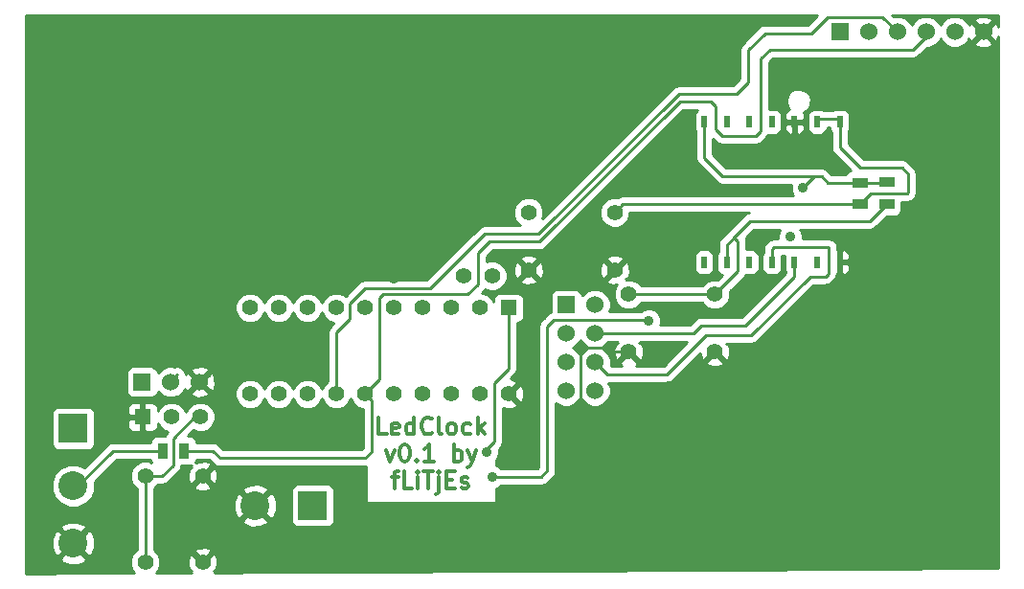
<source format=gbl>
G04 (created by PCBNEW (2013-jul-07)-stable) date Mon 11 Jan 2016 09:02:01 PM CET*
%MOIN*%
G04 Gerber Fmt 3.4, Leading zero omitted, Abs format*
%FSLAX34Y34*%
G01*
G70*
G90*
G04 APERTURE LIST*
%ADD10C,0.00590551*%
%ADD11C,0.011811*%
%ADD12C,0.055*%
%ADD13R,0.06X0.06*%
%ADD14C,0.06*%
%ADD15R,0.1X0.1*%
%ADD16C,0.1*%
%ADD17R,0.035X0.055*%
%ADD18R,0.055X0.055*%
%ADD19R,0.055X0.035*%
%ADD20R,0.019685X0.0393701*%
%ADD21C,0.035*%
%ADD22C,0.01*%
G04 APERTURE END LIST*
G54D10*
G54D11*
X31653Y-25799D02*
X31372Y-25799D01*
X31372Y-25208D01*
X32075Y-25770D02*
X32018Y-25799D01*
X31906Y-25799D01*
X31850Y-25770D01*
X31822Y-25714D01*
X31822Y-25489D01*
X31850Y-25433D01*
X31906Y-25405D01*
X32018Y-25405D01*
X32075Y-25433D01*
X32103Y-25489D01*
X32103Y-25545D01*
X31822Y-25602D01*
X32609Y-25799D02*
X32609Y-25208D01*
X32609Y-25770D02*
X32553Y-25799D01*
X32440Y-25799D01*
X32384Y-25770D01*
X32356Y-25742D01*
X32328Y-25686D01*
X32328Y-25517D01*
X32356Y-25461D01*
X32384Y-25433D01*
X32440Y-25405D01*
X32553Y-25405D01*
X32609Y-25433D01*
X33228Y-25742D02*
X33200Y-25770D01*
X33115Y-25799D01*
X33059Y-25799D01*
X32975Y-25770D01*
X32918Y-25714D01*
X32890Y-25658D01*
X32862Y-25545D01*
X32862Y-25461D01*
X32890Y-25349D01*
X32918Y-25292D01*
X32975Y-25236D01*
X33059Y-25208D01*
X33115Y-25208D01*
X33200Y-25236D01*
X33228Y-25264D01*
X33565Y-25799D02*
X33509Y-25770D01*
X33481Y-25714D01*
X33481Y-25208D01*
X33874Y-25799D02*
X33818Y-25770D01*
X33790Y-25742D01*
X33762Y-25686D01*
X33762Y-25517D01*
X33790Y-25461D01*
X33818Y-25433D01*
X33874Y-25405D01*
X33959Y-25405D01*
X34015Y-25433D01*
X34043Y-25461D01*
X34071Y-25517D01*
X34071Y-25686D01*
X34043Y-25742D01*
X34015Y-25770D01*
X33959Y-25799D01*
X33874Y-25799D01*
X34577Y-25770D02*
X34521Y-25799D01*
X34409Y-25799D01*
X34352Y-25770D01*
X34324Y-25742D01*
X34296Y-25686D01*
X34296Y-25517D01*
X34324Y-25461D01*
X34352Y-25433D01*
X34409Y-25405D01*
X34521Y-25405D01*
X34577Y-25433D01*
X34831Y-25799D02*
X34831Y-25208D01*
X34887Y-25574D02*
X35056Y-25799D01*
X35056Y-25405D02*
X34831Y-25630D01*
X31639Y-26350D02*
X31779Y-26743D01*
X31920Y-26350D01*
X32257Y-26153D02*
X32314Y-26153D01*
X32370Y-26181D01*
X32398Y-26209D01*
X32426Y-26265D01*
X32454Y-26378D01*
X32454Y-26518D01*
X32426Y-26631D01*
X32398Y-26687D01*
X32370Y-26715D01*
X32314Y-26743D01*
X32257Y-26743D01*
X32201Y-26715D01*
X32173Y-26687D01*
X32145Y-26631D01*
X32117Y-26518D01*
X32117Y-26378D01*
X32145Y-26265D01*
X32173Y-26209D01*
X32201Y-26181D01*
X32257Y-26153D01*
X32707Y-26687D02*
X32735Y-26715D01*
X32707Y-26743D01*
X32679Y-26715D01*
X32707Y-26687D01*
X32707Y-26743D01*
X33298Y-26743D02*
X32960Y-26743D01*
X33129Y-26743D02*
X33129Y-26153D01*
X33073Y-26237D01*
X33017Y-26293D01*
X32960Y-26322D01*
X34001Y-26743D02*
X34001Y-26153D01*
X34001Y-26378D02*
X34057Y-26350D01*
X34170Y-26350D01*
X34226Y-26378D01*
X34254Y-26406D01*
X34282Y-26462D01*
X34282Y-26631D01*
X34254Y-26687D01*
X34226Y-26715D01*
X34170Y-26743D01*
X34057Y-26743D01*
X34001Y-26715D01*
X34479Y-26350D02*
X34620Y-26743D01*
X34760Y-26350D02*
X34620Y-26743D01*
X34563Y-26884D01*
X34535Y-26912D01*
X34479Y-26940D01*
X31836Y-27295D02*
X32061Y-27295D01*
X31920Y-27688D02*
X31920Y-27182D01*
X31948Y-27126D01*
X32004Y-27098D01*
X32061Y-27098D01*
X32539Y-27688D02*
X32257Y-27688D01*
X32257Y-27098D01*
X32735Y-27688D02*
X32735Y-27295D01*
X32735Y-27098D02*
X32707Y-27126D01*
X32735Y-27154D01*
X32764Y-27126D01*
X32735Y-27098D01*
X32735Y-27154D01*
X32932Y-27098D02*
X33270Y-27098D01*
X33101Y-27688D02*
X33101Y-27098D01*
X33467Y-27295D02*
X33467Y-27801D01*
X33439Y-27857D01*
X33382Y-27885D01*
X33354Y-27885D01*
X33467Y-27098D02*
X33439Y-27126D01*
X33467Y-27154D01*
X33495Y-27126D01*
X33467Y-27098D01*
X33467Y-27154D01*
X33748Y-27379D02*
X33945Y-27379D01*
X34029Y-27688D02*
X33748Y-27688D01*
X33748Y-27098D01*
X34029Y-27098D01*
X34254Y-27660D02*
X34310Y-27688D01*
X34423Y-27688D01*
X34479Y-27660D01*
X34507Y-27604D01*
X34507Y-27576D01*
X34479Y-27520D01*
X34423Y-27491D01*
X34338Y-27491D01*
X34282Y-27463D01*
X34254Y-27407D01*
X34254Y-27379D01*
X34282Y-27323D01*
X34338Y-27295D01*
X34423Y-27295D01*
X34479Y-27323D01*
G54D12*
X35336Y-20286D03*
X34336Y-20286D03*
G54D13*
X37905Y-21285D03*
G54D14*
X38905Y-21285D03*
X37905Y-22285D03*
X38905Y-22285D03*
X37905Y-23285D03*
X38905Y-23285D03*
X37905Y-24285D03*
X38905Y-24285D03*
G54D13*
X23140Y-23980D03*
G54D14*
X24140Y-23980D03*
X25140Y-23980D03*
G54D13*
X47420Y-11795D03*
G54D14*
X48420Y-11795D03*
X49420Y-11795D03*
X50420Y-11795D03*
X51420Y-11795D03*
X52420Y-11795D03*
G54D15*
X20750Y-25590D03*
G54D16*
X20750Y-27590D03*
X20750Y-29590D03*
G54D15*
X29080Y-28280D03*
G54D16*
X27080Y-28280D03*
G54D17*
X23867Y-26369D03*
X24617Y-26369D03*
G54D18*
X23167Y-25193D03*
G54D12*
X24167Y-25193D03*
X25167Y-25193D03*
X23251Y-27254D03*
X25251Y-27254D03*
X23251Y-30254D03*
X25251Y-30254D03*
X43080Y-20930D03*
X43080Y-22930D03*
X40080Y-20930D03*
X40080Y-22930D03*
X39592Y-18076D03*
X39592Y-20076D03*
X36592Y-18076D03*
X36592Y-20076D03*
G54D19*
X49055Y-17030D03*
X49055Y-17780D03*
X48122Y-17035D03*
X48122Y-17785D03*
G54D18*
X35900Y-21395D03*
G54D12*
X34900Y-21395D03*
X33900Y-21395D03*
X32900Y-21395D03*
X31900Y-21395D03*
X30900Y-21395D03*
X29900Y-21395D03*
X28900Y-21395D03*
X27900Y-21395D03*
X26900Y-21395D03*
X26900Y-24395D03*
X27900Y-24395D03*
X28900Y-24395D03*
X29900Y-24395D03*
X30900Y-24395D03*
X31900Y-24395D03*
X32900Y-24395D03*
X33900Y-24395D03*
X34900Y-24395D03*
X35900Y-24395D03*
G54D20*
X47424Y-19809D03*
X46636Y-19809D03*
X45849Y-19809D03*
X45061Y-19809D03*
X44274Y-19809D03*
X43487Y-19809D03*
X42699Y-19809D03*
X47424Y-14923D03*
X46636Y-14923D03*
X45849Y-14923D03*
X45061Y-14923D03*
X44274Y-14923D03*
X43487Y-14923D03*
X42699Y-14923D03*
G54D21*
X45699Y-18928D03*
X35150Y-26405D03*
X46145Y-17225D03*
X35330Y-27275D03*
X40780Y-21850D03*
X30119Y-27554D03*
X49707Y-13509D03*
X50648Y-14804D03*
X31900Y-20380D03*
X44515Y-16055D03*
G54D22*
X45671Y-18928D02*
X45699Y-18928D01*
X46756Y-16820D02*
X43340Y-16820D01*
X42699Y-16179D02*
X42699Y-14825D01*
X43340Y-16820D02*
X42699Y-16179D01*
X35900Y-21395D02*
X35900Y-23510D01*
X35150Y-26300D02*
X35150Y-26405D01*
X35390Y-26060D02*
X35150Y-26300D01*
X35390Y-24020D02*
X35390Y-26060D01*
X35900Y-23510D02*
X35390Y-24020D01*
X48122Y-17035D02*
X49050Y-17035D01*
X49050Y-17035D02*
X49055Y-17030D01*
X47005Y-17035D02*
X48122Y-17035D01*
X46550Y-16820D02*
X46756Y-16820D01*
X46756Y-16820D02*
X46790Y-16820D01*
X46145Y-17225D02*
X46550Y-16820D01*
X46790Y-16820D02*
X47005Y-17035D01*
X37040Y-27275D02*
X35330Y-27275D01*
X37250Y-27065D02*
X37040Y-27275D01*
X37250Y-22036D02*
X37250Y-27065D01*
X37474Y-21812D02*
X37250Y-22036D01*
X40742Y-21812D02*
X37474Y-21812D01*
X40780Y-21850D02*
X40742Y-21812D01*
X30119Y-27554D02*
X30123Y-27558D01*
X49707Y-13509D02*
X49707Y-13505D01*
X40080Y-22930D02*
X39494Y-22930D01*
X38404Y-25183D02*
X38412Y-25191D01*
X38404Y-22938D02*
X38404Y-25183D01*
X38560Y-22782D02*
X38404Y-22938D01*
X39346Y-22782D02*
X38560Y-22782D01*
X39494Y-22930D02*
X39346Y-22782D01*
X44524Y-16046D02*
X44524Y-16033D01*
X44515Y-16055D02*
X44524Y-16046D01*
X23867Y-26369D02*
X22137Y-26369D01*
X20916Y-27590D02*
X20750Y-27590D01*
X22137Y-26369D02*
X20916Y-27590D01*
X48122Y-17785D02*
X39883Y-17785D01*
X39883Y-17785D02*
X39592Y-18076D01*
X47424Y-14825D02*
X47424Y-15810D01*
X48493Y-17414D02*
X48122Y-17785D01*
X49776Y-17414D02*
X48493Y-17414D01*
X49807Y-17383D02*
X49776Y-17414D01*
X49807Y-16753D02*
X49807Y-17383D01*
X49586Y-16532D02*
X49807Y-16753D01*
X48146Y-16532D02*
X49586Y-16532D01*
X47424Y-15810D02*
X48146Y-16532D01*
X46636Y-14825D02*
X47424Y-14825D01*
X40080Y-20930D02*
X43080Y-20930D01*
X43080Y-20930D02*
X43880Y-20130D01*
X43880Y-20130D02*
X43880Y-19070D01*
X43880Y-19070D02*
X43749Y-18939D01*
X43487Y-19809D02*
X43487Y-19200D01*
X48460Y-18375D02*
X49055Y-17780D01*
X44313Y-18375D02*
X48460Y-18375D01*
X43487Y-19200D02*
X43749Y-18939D01*
X43749Y-18939D02*
X44313Y-18375D01*
X45061Y-19809D02*
X45061Y-19348D01*
X39320Y-23700D02*
X38905Y-23285D01*
X41410Y-23700D02*
X39320Y-23700D01*
X42770Y-22340D02*
X41410Y-23700D01*
X44350Y-22340D02*
X42770Y-22340D01*
X46390Y-20300D02*
X44350Y-22340D01*
X46920Y-20300D02*
X46390Y-20300D01*
X47020Y-20200D02*
X46920Y-20300D01*
X47020Y-19320D02*
X47020Y-20200D01*
X47050Y-19290D02*
X47020Y-19320D01*
X45120Y-19290D02*
X47050Y-19290D01*
X45061Y-19348D02*
X45120Y-19290D01*
X45849Y-20300D02*
X45849Y-19809D01*
X44140Y-22010D02*
X45849Y-20300D01*
X42600Y-22010D02*
X44140Y-22010D01*
X42325Y-22285D02*
X42600Y-22010D01*
X38905Y-22285D02*
X42325Y-22285D01*
X23251Y-30254D02*
X23251Y-27254D01*
X23251Y-27254D02*
X23843Y-27254D01*
X24977Y-25193D02*
X25167Y-25193D01*
X24220Y-25950D02*
X24977Y-25193D01*
X24220Y-26877D02*
X24220Y-25950D01*
X23843Y-27254D02*
X24220Y-26877D01*
X29900Y-24395D02*
X29900Y-22260D01*
X48895Y-11270D02*
X49420Y-11795D01*
X47000Y-11270D02*
X48895Y-11270D01*
X46430Y-11840D02*
X47000Y-11270D01*
X44820Y-11840D02*
X46430Y-11840D01*
X44240Y-12420D02*
X44820Y-11840D01*
X44240Y-13550D02*
X44240Y-12420D01*
X43840Y-13950D02*
X44240Y-13550D01*
X41830Y-13950D02*
X43840Y-13950D01*
X36950Y-18830D02*
X41830Y-13950D01*
X35070Y-18830D02*
X36950Y-18830D01*
X33170Y-20730D02*
X35070Y-18830D01*
X30890Y-20730D02*
X33170Y-20730D01*
X30380Y-21240D02*
X30890Y-20730D01*
X30380Y-21780D02*
X30380Y-21240D01*
X29900Y-22260D02*
X30380Y-21780D01*
X24617Y-26369D02*
X25597Y-26369D01*
X25597Y-26369D02*
X25858Y-26630D01*
X50420Y-11795D02*
X50420Y-11953D01*
X31402Y-23893D02*
X30900Y-24395D01*
X31402Y-21066D02*
X31402Y-23893D01*
X31537Y-20930D02*
X31402Y-21066D01*
X34480Y-20930D02*
X31537Y-20930D01*
X34844Y-20567D02*
X34480Y-20930D01*
X34844Y-19493D02*
X34844Y-20567D01*
X35241Y-19096D02*
X34844Y-19493D01*
X36970Y-19096D02*
X35241Y-19096D01*
X41851Y-14215D02*
X36970Y-19096D01*
X42941Y-14215D02*
X41851Y-14215D01*
X43106Y-14379D02*
X42941Y-14215D01*
X43106Y-15191D02*
X43106Y-14379D01*
X43322Y-15407D02*
X43106Y-15191D01*
X44515Y-15407D02*
X43322Y-15407D01*
X44672Y-15250D02*
X44515Y-15407D01*
X44672Y-12724D02*
X44672Y-15250D01*
X44985Y-12411D02*
X44672Y-12724D01*
X49962Y-12411D02*
X44985Y-12411D01*
X50420Y-11953D02*
X49962Y-12411D01*
X31130Y-24625D02*
X30900Y-24395D01*
X31130Y-26400D02*
X31130Y-24625D01*
X30900Y-26630D02*
X31130Y-26400D01*
X25858Y-26630D02*
X30900Y-26630D01*
X24140Y-23980D02*
X24140Y-23938D01*
X24140Y-23938D02*
X24355Y-23723D01*
G54D10*
G36*
X38674Y-22784D02*
X38593Y-22818D01*
X38439Y-22973D01*
X38405Y-23054D01*
X38371Y-22973D01*
X38216Y-22819D01*
X38135Y-22785D01*
X38216Y-22751D01*
X38370Y-22596D01*
X38404Y-22515D01*
X38438Y-22596D01*
X38593Y-22750D01*
X38674Y-22784D01*
X38674Y-22784D01*
G37*
G54D22*
X38674Y-22784D02*
X38593Y-22818D01*
X38439Y-22973D01*
X38405Y-23054D01*
X38371Y-22973D01*
X38216Y-22819D01*
X38135Y-22785D01*
X38216Y-22751D01*
X38370Y-22596D01*
X38404Y-22515D01*
X38438Y-22596D01*
X38593Y-22750D01*
X38674Y-22784D01*
G54D10*
G36*
X42100Y-22585D02*
X41285Y-23400D01*
X40609Y-23400D01*
X40329Y-23400D01*
X40352Y-23390D01*
X40377Y-23297D01*
X40080Y-23000D01*
X40009Y-23071D01*
X39782Y-23297D01*
X39807Y-23390D01*
X39834Y-23400D01*
X39452Y-23400D01*
X39454Y-23394D01*
X39455Y-23176D01*
X39371Y-22973D01*
X39216Y-22819D01*
X39135Y-22785D01*
X39216Y-22751D01*
X39370Y-22596D01*
X39375Y-22585D01*
X39669Y-22585D01*
X39666Y-22587D01*
X39712Y-22632D01*
X39619Y-22657D01*
X39550Y-22854D01*
X39561Y-23062D01*
X39619Y-23202D01*
X39712Y-23227D01*
X40009Y-22930D01*
X40003Y-22924D01*
X40074Y-22853D01*
X40080Y-22859D01*
X40085Y-22853D01*
X40156Y-22924D01*
X40150Y-22930D01*
X40447Y-23227D01*
X40540Y-23202D01*
X40609Y-23005D01*
X40598Y-22797D01*
X40540Y-22657D01*
X40447Y-22632D01*
X40493Y-22587D01*
X40490Y-22585D01*
X42100Y-22585D01*
X42100Y-22585D01*
G37*
G54D22*
X42100Y-22585D02*
X41285Y-23400D01*
X40609Y-23400D01*
X40329Y-23400D01*
X40352Y-23390D01*
X40377Y-23297D01*
X40080Y-23000D01*
X40009Y-23071D01*
X39782Y-23297D01*
X39807Y-23390D01*
X39834Y-23400D01*
X39452Y-23400D01*
X39454Y-23394D01*
X39455Y-23176D01*
X39371Y-22973D01*
X39216Y-22819D01*
X39135Y-22785D01*
X39216Y-22751D01*
X39370Y-22596D01*
X39375Y-22585D01*
X39669Y-22585D01*
X39666Y-22587D01*
X39712Y-22632D01*
X39619Y-22657D01*
X39550Y-22854D01*
X39561Y-23062D01*
X39619Y-23202D01*
X39712Y-23227D01*
X40009Y-22930D01*
X40003Y-22924D01*
X40074Y-22853D01*
X40080Y-22859D01*
X40085Y-22853D01*
X40156Y-22924D01*
X40150Y-22930D01*
X40447Y-23227D01*
X40540Y-23202D01*
X40609Y-23005D01*
X40598Y-22797D01*
X40540Y-22657D01*
X40447Y-22632D01*
X40493Y-22587D01*
X40490Y-22585D01*
X42100Y-22585D01*
G54D10*
G36*
X45804Y-17485D02*
X39883Y-17485D01*
X39768Y-17507D01*
X39700Y-17552D01*
X39696Y-17551D01*
X39488Y-17550D01*
X39295Y-17630D01*
X39147Y-17778D01*
X39067Y-17971D01*
X39066Y-18179D01*
X39146Y-18373D01*
X39294Y-18520D01*
X39487Y-18600D01*
X39695Y-18601D01*
X39889Y-18521D01*
X40036Y-18373D01*
X40116Y-18180D01*
X40116Y-18085D01*
X44262Y-18085D01*
X44198Y-18097D01*
X44100Y-18162D01*
X43536Y-18726D01*
X43536Y-18726D01*
X43274Y-18988D01*
X43209Y-19086D01*
X43187Y-19200D01*
X43187Y-19460D01*
X43176Y-19471D01*
X43138Y-19562D01*
X43138Y-19662D01*
X43138Y-20056D01*
X43176Y-20147D01*
X43246Y-20218D01*
X43332Y-20253D01*
X43180Y-20405D01*
X43048Y-20404D01*
X43048Y-19957D01*
X43048Y-19563D01*
X43010Y-19471D01*
X42939Y-19401D01*
X42848Y-19362D01*
X42748Y-19362D01*
X42551Y-19362D01*
X42459Y-19400D01*
X42389Y-19471D01*
X42351Y-19562D01*
X42351Y-19662D01*
X42351Y-20056D01*
X42389Y-20147D01*
X42459Y-20218D01*
X42551Y-20256D01*
X42650Y-20256D01*
X42847Y-20256D01*
X42939Y-20218D01*
X43009Y-20148D01*
X43048Y-20056D01*
X43048Y-19957D01*
X43048Y-20404D01*
X42976Y-20404D01*
X42783Y-20484D01*
X42637Y-20630D01*
X40522Y-20630D01*
X40377Y-20485D01*
X40184Y-20405D01*
X40121Y-20405D01*
X39991Y-20404D01*
X39959Y-20373D01*
X40052Y-20348D01*
X40121Y-20151D01*
X40110Y-19943D01*
X40052Y-19803D01*
X39959Y-19778D01*
X39889Y-19849D01*
X39889Y-19708D01*
X39864Y-19615D01*
X39667Y-19546D01*
X39459Y-19557D01*
X39319Y-19615D01*
X39294Y-19708D01*
X39592Y-20005D01*
X39889Y-19708D01*
X39889Y-19849D01*
X39662Y-20076D01*
X39668Y-20081D01*
X39597Y-20152D01*
X39592Y-20146D01*
X39521Y-20217D01*
X39521Y-20076D01*
X39224Y-19778D01*
X39131Y-19803D01*
X39062Y-20000D01*
X39073Y-20208D01*
X39131Y-20348D01*
X39224Y-20373D01*
X39521Y-20076D01*
X39521Y-20217D01*
X39294Y-20443D01*
X39319Y-20536D01*
X39516Y-20605D01*
X39669Y-20597D01*
X39635Y-20632D01*
X39555Y-20825D01*
X39554Y-21033D01*
X39634Y-21227D01*
X39782Y-21374D01*
X39975Y-21454D01*
X40183Y-21455D01*
X40377Y-21375D01*
X40522Y-21230D01*
X42637Y-21230D01*
X42782Y-21374D01*
X42975Y-21454D01*
X43183Y-21455D01*
X43377Y-21375D01*
X43524Y-21227D01*
X43604Y-21034D01*
X43605Y-20829D01*
X44092Y-20342D01*
X44092Y-20342D01*
X44149Y-20256D01*
X44225Y-20256D01*
X44422Y-20256D01*
X44514Y-20218D01*
X44584Y-20148D01*
X44622Y-20056D01*
X44622Y-19957D01*
X44622Y-19563D01*
X44584Y-19471D01*
X44514Y-19401D01*
X44422Y-19362D01*
X44323Y-19362D01*
X44180Y-19362D01*
X44180Y-19070D01*
X44157Y-18955D01*
X44157Y-18955D01*
X44437Y-18675D01*
X45350Y-18675D01*
X45338Y-18686D01*
X45274Y-18843D01*
X45273Y-18990D01*
X45120Y-18990D01*
X45005Y-19012D01*
X44907Y-19077D01*
X44849Y-19135D01*
X44784Y-19233D01*
X44761Y-19348D01*
X44761Y-19460D01*
X44751Y-19471D01*
X44713Y-19562D01*
X44713Y-19662D01*
X44713Y-20056D01*
X44751Y-20147D01*
X44821Y-20218D01*
X44913Y-20256D01*
X45012Y-20256D01*
X45209Y-20256D01*
X45301Y-20218D01*
X45372Y-20148D01*
X45410Y-20056D01*
X45410Y-19957D01*
X45410Y-19590D01*
X45500Y-19590D01*
X45500Y-19662D01*
X45500Y-20056D01*
X45538Y-20147D01*
X45549Y-20158D01*
X45549Y-20176D01*
X44015Y-21710D01*
X42600Y-21710D01*
X42485Y-21732D01*
X42387Y-21797D01*
X42200Y-21985D01*
X41184Y-21985D01*
X41204Y-21934D01*
X41205Y-21765D01*
X41140Y-21609D01*
X41021Y-21489D01*
X40864Y-21425D01*
X40695Y-21424D01*
X40539Y-21489D01*
X40517Y-21512D01*
X39406Y-21512D01*
X39454Y-21394D01*
X39455Y-21176D01*
X39371Y-20973D01*
X39216Y-20819D01*
X39014Y-20735D01*
X38796Y-20734D01*
X38593Y-20818D01*
X38455Y-20957D01*
X38455Y-20935D01*
X38417Y-20843D01*
X38346Y-20773D01*
X38254Y-20735D01*
X38155Y-20734D01*
X37555Y-20734D01*
X37463Y-20772D01*
X37393Y-20843D01*
X37355Y-20935D01*
X37354Y-21034D01*
X37354Y-21537D01*
X37261Y-21599D01*
X37121Y-21739D01*
X37121Y-20151D01*
X37110Y-19943D01*
X37052Y-19803D01*
X36959Y-19778D01*
X36889Y-19849D01*
X36889Y-19708D01*
X36864Y-19615D01*
X36667Y-19546D01*
X36459Y-19557D01*
X36319Y-19615D01*
X36294Y-19708D01*
X36592Y-20005D01*
X36889Y-19708D01*
X36889Y-19849D01*
X36662Y-20076D01*
X36959Y-20373D01*
X37052Y-20348D01*
X37121Y-20151D01*
X37121Y-21739D01*
X37037Y-21823D01*
X36972Y-21921D01*
X36950Y-22036D01*
X36950Y-26940D01*
X36915Y-26975D01*
X36889Y-26975D01*
X36889Y-20443D01*
X36592Y-20146D01*
X36521Y-20217D01*
X36521Y-20076D01*
X36224Y-19778D01*
X36131Y-19803D01*
X36062Y-20000D01*
X36073Y-20208D01*
X36131Y-20348D01*
X36224Y-20373D01*
X36521Y-20076D01*
X36521Y-20217D01*
X36294Y-20443D01*
X36319Y-20536D01*
X36516Y-20605D01*
X36724Y-20594D01*
X36864Y-20536D01*
X36889Y-20443D01*
X36889Y-26975D01*
X36429Y-26975D01*
X36429Y-24470D01*
X36418Y-24262D01*
X36360Y-24122D01*
X36267Y-24097D01*
X35970Y-24395D01*
X36267Y-24692D01*
X36360Y-24667D01*
X36429Y-24470D01*
X36429Y-26975D01*
X35631Y-26975D01*
X35571Y-26914D01*
X35477Y-26876D01*
X35477Y-26678D01*
X35510Y-26646D01*
X35574Y-26489D01*
X35575Y-26320D01*
X35568Y-26305D01*
X35602Y-26272D01*
X35602Y-26272D01*
X35667Y-26174D01*
X35689Y-26060D01*
X35690Y-26060D01*
X35690Y-24877D01*
X35824Y-24924D01*
X36032Y-24913D01*
X36172Y-24855D01*
X36197Y-24762D01*
X35900Y-24465D01*
X35894Y-24471D01*
X35823Y-24400D01*
X35829Y-24395D01*
X35823Y-24389D01*
X35894Y-24318D01*
X35900Y-24324D01*
X36197Y-24027D01*
X36172Y-23934D01*
X35975Y-23865D01*
X35968Y-23865D01*
X36112Y-23722D01*
X36112Y-23722D01*
X36177Y-23624D01*
X36199Y-23510D01*
X36200Y-23510D01*
X36200Y-21920D01*
X36224Y-21920D01*
X36316Y-21882D01*
X36386Y-21811D01*
X36424Y-21719D01*
X36425Y-21620D01*
X36425Y-21070D01*
X36387Y-20978D01*
X36316Y-20908D01*
X36224Y-20870D01*
X36125Y-20869D01*
X35575Y-20869D01*
X35483Y-20907D01*
X35413Y-20978D01*
X35375Y-21070D01*
X35374Y-21169D01*
X35374Y-21169D01*
X35345Y-21098D01*
X35197Y-20950D01*
X35004Y-20870D01*
X34965Y-20870D01*
X35056Y-20779D01*
X35077Y-20747D01*
X35231Y-20810D01*
X35439Y-20811D01*
X35633Y-20731D01*
X35780Y-20583D01*
X35860Y-20390D01*
X35861Y-20182D01*
X35781Y-19989D01*
X35633Y-19841D01*
X35440Y-19761D01*
X35232Y-19760D01*
X35144Y-19797D01*
X35144Y-19617D01*
X35365Y-19396D01*
X36970Y-19396D01*
X36970Y-19395D01*
X37084Y-19373D01*
X37084Y-19373D01*
X37182Y-19308D01*
X41975Y-14515D01*
X42459Y-14515D01*
X42389Y-14585D01*
X42351Y-14677D01*
X42351Y-14776D01*
X42351Y-15170D01*
X42389Y-15262D01*
X42399Y-15272D01*
X42399Y-16179D01*
X42422Y-16294D01*
X42487Y-16391D01*
X43127Y-17032D01*
X43127Y-17032D01*
X43225Y-17097D01*
X43340Y-17120D01*
X45728Y-17120D01*
X45720Y-17140D01*
X45719Y-17309D01*
X45784Y-17465D01*
X45804Y-17485D01*
X45804Y-17485D01*
G37*
G54D22*
X45804Y-17485D02*
X39883Y-17485D01*
X39768Y-17507D01*
X39700Y-17552D01*
X39696Y-17551D01*
X39488Y-17550D01*
X39295Y-17630D01*
X39147Y-17778D01*
X39067Y-17971D01*
X39066Y-18179D01*
X39146Y-18373D01*
X39294Y-18520D01*
X39487Y-18600D01*
X39695Y-18601D01*
X39889Y-18521D01*
X40036Y-18373D01*
X40116Y-18180D01*
X40116Y-18085D01*
X44262Y-18085D01*
X44198Y-18097D01*
X44100Y-18162D01*
X43536Y-18726D01*
X43536Y-18726D01*
X43274Y-18988D01*
X43209Y-19086D01*
X43187Y-19200D01*
X43187Y-19460D01*
X43176Y-19471D01*
X43138Y-19562D01*
X43138Y-19662D01*
X43138Y-20056D01*
X43176Y-20147D01*
X43246Y-20218D01*
X43332Y-20253D01*
X43180Y-20405D01*
X43048Y-20404D01*
X43048Y-19957D01*
X43048Y-19563D01*
X43010Y-19471D01*
X42939Y-19401D01*
X42848Y-19362D01*
X42748Y-19362D01*
X42551Y-19362D01*
X42459Y-19400D01*
X42389Y-19471D01*
X42351Y-19562D01*
X42351Y-19662D01*
X42351Y-20056D01*
X42389Y-20147D01*
X42459Y-20218D01*
X42551Y-20256D01*
X42650Y-20256D01*
X42847Y-20256D01*
X42939Y-20218D01*
X43009Y-20148D01*
X43048Y-20056D01*
X43048Y-19957D01*
X43048Y-20404D01*
X42976Y-20404D01*
X42783Y-20484D01*
X42637Y-20630D01*
X40522Y-20630D01*
X40377Y-20485D01*
X40184Y-20405D01*
X40121Y-20405D01*
X39991Y-20404D01*
X39959Y-20373D01*
X40052Y-20348D01*
X40121Y-20151D01*
X40110Y-19943D01*
X40052Y-19803D01*
X39959Y-19778D01*
X39889Y-19849D01*
X39889Y-19708D01*
X39864Y-19615D01*
X39667Y-19546D01*
X39459Y-19557D01*
X39319Y-19615D01*
X39294Y-19708D01*
X39592Y-20005D01*
X39889Y-19708D01*
X39889Y-19849D01*
X39662Y-20076D01*
X39668Y-20081D01*
X39597Y-20152D01*
X39592Y-20146D01*
X39521Y-20217D01*
X39521Y-20076D01*
X39224Y-19778D01*
X39131Y-19803D01*
X39062Y-20000D01*
X39073Y-20208D01*
X39131Y-20348D01*
X39224Y-20373D01*
X39521Y-20076D01*
X39521Y-20217D01*
X39294Y-20443D01*
X39319Y-20536D01*
X39516Y-20605D01*
X39669Y-20597D01*
X39635Y-20632D01*
X39555Y-20825D01*
X39554Y-21033D01*
X39634Y-21227D01*
X39782Y-21374D01*
X39975Y-21454D01*
X40183Y-21455D01*
X40377Y-21375D01*
X40522Y-21230D01*
X42637Y-21230D01*
X42782Y-21374D01*
X42975Y-21454D01*
X43183Y-21455D01*
X43377Y-21375D01*
X43524Y-21227D01*
X43604Y-21034D01*
X43605Y-20829D01*
X44092Y-20342D01*
X44092Y-20342D01*
X44149Y-20256D01*
X44225Y-20256D01*
X44422Y-20256D01*
X44514Y-20218D01*
X44584Y-20148D01*
X44622Y-20056D01*
X44622Y-19957D01*
X44622Y-19563D01*
X44584Y-19471D01*
X44514Y-19401D01*
X44422Y-19362D01*
X44323Y-19362D01*
X44180Y-19362D01*
X44180Y-19070D01*
X44157Y-18955D01*
X44157Y-18955D01*
X44437Y-18675D01*
X45350Y-18675D01*
X45338Y-18686D01*
X45274Y-18843D01*
X45273Y-18990D01*
X45120Y-18990D01*
X45005Y-19012D01*
X44907Y-19077D01*
X44849Y-19135D01*
X44784Y-19233D01*
X44761Y-19348D01*
X44761Y-19460D01*
X44751Y-19471D01*
X44713Y-19562D01*
X44713Y-19662D01*
X44713Y-20056D01*
X44751Y-20147D01*
X44821Y-20218D01*
X44913Y-20256D01*
X45012Y-20256D01*
X45209Y-20256D01*
X45301Y-20218D01*
X45372Y-20148D01*
X45410Y-20056D01*
X45410Y-19957D01*
X45410Y-19590D01*
X45500Y-19590D01*
X45500Y-19662D01*
X45500Y-20056D01*
X45538Y-20147D01*
X45549Y-20158D01*
X45549Y-20176D01*
X44015Y-21710D01*
X42600Y-21710D01*
X42485Y-21732D01*
X42387Y-21797D01*
X42200Y-21985D01*
X41184Y-21985D01*
X41204Y-21934D01*
X41205Y-21765D01*
X41140Y-21609D01*
X41021Y-21489D01*
X40864Y-21425D01*
X40695Y-21424D01*
X40539Y-21489D01*
X40517Y-21512D01*
X39406Y-21512D01*
X39454Y-21394D01*
X39455Y-21176D01*
X39371Y-20973D01*
X39216Y-20819D01*
X39014Y-20735D01*
X38796Y-20734D01*
X38593Y-20818D01*
X38455Y-20957D01*
X38455Y-20935D01*
X38417Y-20843D01*
X38346Y-20773D01*
X38254Y-20735D01*
X38155Y-20734D01*
X37555Y-20734D01*
X37463Y-20772D01*
X37393Y-20843D01*
X37355Y-20935D01*
X37354Y-21034D01*
X37354Y-21537D01*
X37261Y-21599D01*
X37121Y-21739D01*
X37121Y-20151D01*
X37110Y-19943D01*
X37052Y-19803D01*
X36959Y-19778D01*
X36889Y-19849D01*
X36889Y-19708D01*
X36864Y-19615D01*
X36667Y-19546D01*
X36459Y-19557D01*
X36319Y-19615D01*
X36294Y-19708D01*
X36592Y-20005D01*
X36889Y-19708D01*
X36889Y-19849D01*
X36662Y-20076D01*
X36959Y-20373D01*
X37052Y-20348D01*
X37121Y-20151D01*
X37121Y-21739D01*
X37037Y-21823D01*
X36972Y-21921D01*
X36950Y-22036D01*
X36950Y-26940D01*
X36915Y-26975D01*
X36889Y-26975D01*
X36889Y-20443D01*
X36592Y-20146D01*
X36521Y-20217D01*
X36521Y-20076D01*
X36224Y-19778D01*
X36131Y-19803D01*
X36062Y-20000D01*
X36073Y-20208D01*
X36131Y-20348D01*
X36224Y-20373D01*
X36521Y-20076D01*
X36521Y-20217D01*
X36294Y-20443D01*
X36319Y-20536D01*
X36516Y-20605D01*
X36724Y-20594D01*
X36864Y-20536D01*
X36889Y-20443D01*
X36889Y-26975D01*
X36429Y-26975D01*
X36429Y-24470D01*
X36418Y-24262D01*
X36360Y-24122D01*
X36267Y-24097D01*
X35970Y-24395D01*
X36267Y-24692D01*
X36360Y-24667D01*
X36429Y-24470D01*
X36429Y-26975D01*
X35631Y-26975D01*
X35571Y-26914D01*
X35477Y-26876D01*
X35477Y-26678D01*
X35510Y-26646D01*
X35574Y-26489D01*
X35575Y-26320D01*
X35568Y-26305D01*
X35602Y-26272D01*
X35602Y-26272D01*
X35667Y-26174D01*
X35689Y-26060D01*
X35690Y-26060D01*
X35690Y-24877D01*
X35824Y-24924D01*
X36032Y-24913D01*
X36172Y-24855D01*
X36197Y-24762D01*
X35900Y-24465D01*
X35894Y-24471D01*
X35823Y-24400D01*
X35829Y-24395D01*
X35823Y-24389D01*
X35894Y-24318D01*
X35900Y-24324D01*
X36197Y-24027D01*
X36172Y-23934D01*
X35975Y-23865D01*
X35968Y-23865D01*
X36112Y-23722D01*
X36112Y-23722D01*
X36177Y-23624D01*
X36199Y-23510D01*
X36200Y-23510D01*
X36200Y-21920D01*
X36224Y-21920D01*
X36316Y-21882D01*
X36386Y-21811D01*
X36424Y-21719D01*
X36425Y-21620D01*
X36425Y-21070D01*
X36387Y-20978D01*
X36316Y-20908D01*
X36224Y-20870D01*
X36125Y-20869D01*
X35575Y-20869D01*
X35483Y-20907D01*
X35413Y-20978D01*
X35375Y-21070D01*
X35374Y-21169D01*
X35374Y-21169D01*
X35345Y-21098D01*
X35197Y-20950D01*
X35004Y-20870D01*
X34965Y-20870D01*
X35056Y-20779D01*
X35077Y-20747D01*
X35231Y-20810D01*
X35439Y-20811D01*
X35633Y-20731D01*
X35780Y-20583D01*
X35860Y-20390D01*
X35861Y-20182D01*
X35781Y-19989D01*
X35633Y-19841D01*
X35440Y-19761D01*
X35232Y-19760D01*
X35144Y-19797D01*
X35144Y-19617D01*
X35365Y-19396D01*
X36970Y-19396D01*
X36970Y-19395D01*
X37084Y-19373D01*
X37084Y-19373D01*
X37182Y-19308D01*
X41975Y-14515D01*
X42459Y-14515D01*
X42389Y-14585D01*
X42351Y-14677D01*
X42351Y-14776D01*
X42351Y-15170D01*
X42389Y-15262D01*
X42399Y-15272D01*
X42399Y-16179D01*
X42422Y-16294D01*
X42487Y-16391D01*
X43127Y-17032D01*
X43127Y-17032D01*
X43225Y-17097D01*
X43340Y-17120D01*
X45728Y-17120D01*
X45720Y-17140D01*
X45719Y-17309D01*
X45784Y-17465D01*
X45804Y-17485D01*
G54D10*
G36*
X46645Y-11200D02*
X46305Y-11540D01*
X44820Y-11540D01*
X44705Y-11562D01*
X44607Y-11627D01*
X44027Y-12207D01*
X43962Y-12305D01*
X43940Y-12420D01*
X43940Y-13425D01*
X43715Y-13650D01*
X41830Y-13650D01*
X41715Y-13672D01*
X41617Y-13737D01*
X37075Y-18279D01*
X37116Y-18180D01*
X37117Y-17972D01*
X37037Y-17779D01*
X36889Y-17631D01*
X36696Y-17551D01*
X36488Y-17550D01*
X36295Y-17630D01*
X36147Y-17778D01*
X36067Y-17971D01*
X36066Y-18179D01*
X36146Y-18373D01*
X36294Y-18520D01*
X36316Y-18530D01*
X35070Y-18530D01*
X34955Y-18552D01*
X34857Y-18617D01*
X33045Y-20430D01*
X30890Y-20430D01*
X30775Y-20452D01*
X30677Y-20517D01*
X30221Y-20974D01*
X30197Y-20950D01*
X30004Y-20870D01*
X29796Y-20869D01*
X29603Y-20949D01*
X29455Y-21097D01*
X29399Y-21230D01*
X29345Y-21098D01*
X29197Y-20950D01*
X29004Y-20870D01*
X28796Y-20869D01*
X28603Y-20949D01*
X28455Y-21097D01*
X28399Y-21230D01*
X28345Y-21098D01*
X28197Y-20950D01*
X28004Y-20870D01*
X27796Y-20869D01*
X27603Y-20949D01*
X27455Y-21097D01*
X27399Y-21230D01*
X27345Y-21098D01*
X27197Y-20950D01*
X27004Y-20870D01*
X26796Y-20869D01*
X26603Y-20949D01*
X26455Y-21097D01*
X26375Y-21290D01*
X26374Y-21498D01*
X26454Y-21692D01*
X26602Y-21839D01*
X26795Y-21919D01*
X27003Y-21920D01*
X27197Y-21840D01*
X27344Y-21692D01*
X27400Y-21559D01*
X27454Y-21692D01*
X27602Y-21839D01*
X27795Y-21919D01*
X28003Y-21920D01*
X28197Y-21840D01*
X28344Y-21692D01*
X28400Y-21559D01*
X28454Y-21692D01*
X28602Y-21839D01*
X28795Y-21919D01*
X29003Y-21920D01*
X29197Y-21840D01*
X29344Y-21692D01*
X29400Y-21559D01*
X29454Y-21692D01*
X29602Y-21839D01*
X29795Y-21919D01*
X29815Y-21919D01*
X29687Y-22047D01*
X29622Y-22145D01*
X29600Y-22260D01*
X29600Y-23952D01*
X29455Y-24097D01*
X29399Y-24230D01*
X29345Y-24098D01*
X29197Y-23950D01*
X29004Y-23870D01*
X28796Y-23869D01*
X28603Y-23949D01*
X28455Y-24097D01*
X28399Y-24230D01*
X28345Y-24098D01*
X28197Y-23950D01*
X28004Y-23870D01*
X27796Y-23869D01*
X27603Y-23949D01*
X27455Y-24097D01*
X27399Y-24230D01*
X27345Y-24098D01*
X27197Y-23950D01*
X27004Y-23870D01*
X26796Y-23869D01*
X26603Y-23949D01*
X26455Y-24097D01*
X26375Y-24290D01*
X26374Y-24498D01*
X26454Y-24692D01*
X26602Y-24839D01*
X26795Y-24919D01*
X27003Y-24920D01*
X27197Y-24840D01*
X27344Y-24692D01*
X27400Y-24559D01*
X27454Y-24692D01*
X27602Y-24839D01*
X27795Y-24919D01*
X28003Y-24920D01*
X28197Y-24840D01*
X28344Y-24692D01*
X28400Y-24559D01*
X28454Y-24692D01*
X28602Y-24839D01*
X28795Y-24919D01*
X29003Y-24920D01*
X29197Y-24840D01*
X29344Y-24692D01*
X29400Y-24559D01*
X29454Y-24692D01*
X29602Y-24839D01*
X29795Y-24919D01*
X30003Y-24920D01*
X30197Y-24840D01*
X30344Y-24692D01*
X30400Y-24559D01*
X30454Y-24692D01*
X30602Y-24839D01*
X30795Y-24919D01*
X30830Y-24919D01*
X30830Y-26275D01*
X30775Y-26330D01*
X25982Y-26330D01*
X25809Y-26156D01*
X25711Y-26091D01*
X25694Y-26088D01*
X25694Y-24061D01*
X25683Y-23843D01*
X25621Y-23692D01*
X25525Y-23664D01*
X25455Y-23735D01*
X25455Y-23594D01*
X25427Y-23498D01*
X25221Y-23425D01*
X25003Y-23436D01*
X24852Y-23498D01*
X24824Y-23594D01*
X25140Y-23909D01*
X25455Y-23594D01*
X25455Y-23735D01*
X25210Y-23980D01*
X25525Y-24295D01*
X25621Y-24267D01*
X25694Y-24061D01*
X25694Y-26088D01*
X25597Y-26069D01*
X25042Y-26069D01*
X25042Y-26044D01*
X25004Y-25952D01*
X24933Y-25882D01*
X24841Y-25844D01*
X24750Y-25843D01*
X24930Y-25663D01*
X25062Y-25717D01*
X25270Y-25718D01*
X25464Y-25638D01*
X25611Y-25490D01*
X25691Y-25297D01*
X25692Y-25089D01*
X25612Y-24896D01*
X25464Y-24748D01*
X25455Y-24744D01*
X25455Y-24365D01*
X25140Y-24050D01*
X25069Y-24121D01*
X25069Y-23980D01*
X24754Y-23664D01*
X24658Y-23692D01*
X24652Y-23709D01*
X24632Y-23608D01*
X24567Y-23510D01*
X24469Y-23445D01*
X24355Y-23423D01*
X24272Y-23439D01*
X24249Y-23430D01*
X24031Y-23429D01*
X23828Y-23513D01*
X23690Y-23652D01*
X23690Y-23630D01*
X23652Y-23538D01*
X23581Y-23468D01*
X23489Y-23430D01*
X23390Y-23429D01*
X22790Y-23429D01*
X22698Y-23467D01*
X22628Y-23538D01*
X22590Y-23630D01*
X22589Y-23729D01*
X22589Y-24329D01*
X22627Y-24421D01*
X22698Y-24491D01*
X22790Y-24529D01*
X22889Y-24530D01*
X23489Y-24530D01*
X23581Y-24492D01*
X23651Y-24421D01*
X23689Y-24329D01*
X23689Y-24307D01*
X23828Y-24445D01*
X24030Y-24529D01*
X24248Y-24530D01*
X24451Y-24446D01*
X24605Y-24291D01*
X24637Y-24216D01*
X24658Y-24267D01*
X24754Y-24295D01*
X25069Y-23980D01*
X25069Y-24121D01*
X24824Y-24365D01*
X24852Y-24461D01*
X25058Y-24534D01*
X25276Y-24523D01*
X25427Y-24461D01*
X25455Y-24365D01*
X25455Y-24744D01*
X25271Y-24668D01*
X25063Y-24667D01*
X24870Y-24747D01*
X24722Y-24895D01*
X24666Y-25028D01*
X24612Y-24896D01*
X24464Y-24748D01*
X24271Y-24668D01*
X24063Y-24667D01*
X23870Y-24747D01*
X23722Y-24895D01*
X23692Y-24967D01*
X23692Y-24967D01*
X23691Y-24868D01*
X23653Y-24776D01*
X23583Y-24705D01*
X23491Y-24667D01*
X23279Y-24668D01*
X23217Y-24730D01*
X23217Y-25143D01*
X23224Y-25143D01*
X23224Y-25243D01*
X23217Y-25243D01*
X23217Y-25655D01*
X23279Y-25718D01*
X23491Y-25718D01*
X23583Y-25680D01*
X23653Y-25609D01*
X23691Y-25517D01*
X23692Y-25418D01*
X23692Y-25418D01*
X23721Y-25490D01*
X23869Y-25637D01*
X24037Y-25707D01*
X24007Y-25737D01*
X23942Y-25835D01*
X23941Y-25843D01*
X23642Y-25843D01*
X23550Y-25881D01*
X23480Y-25952D01*
X23442Y-26044D01*
X23442Y-26069D01*
X23117Y-26069D01*
X23117Y-25655D01*
X23117Y-25243D01*
X23117Y-25143D01*
X23117Y-24730D01*
X23054Y-24668D01*
X22842Y-24667D01*
X22750Y-24705D01*
X22680Y-24776D01*
X22642Y-24868D01*
X22641Y-24967D01*
X22642Y-25080D01*
X22704Y-25143D01*
X23117Y-25143D01*
X23117Y-25243D01*
X22704Y-25243D01*
X22642Y-25305D01*
X22641Y-25418D01*
X22642Y-25517D01*
X22680Y-25609D01*
X22750Y-25680D01*
X22842Y-25718D01*
X23054Y-25718D01*
X23117Y-25655D01*
X23117Y-26069D01*
X22137Y-26069D01*
X22022Y-26091D01*
X21924Y-26156D01*
X21500Y-26581D01*
X21500Y-26040D01*
X21500Y-25040D01*
X21462Y-24948D01*
X21391Y-24878D01*
X21299Y-24840D01*
X21200Y-24839D01*
X20200Y-24839D01*
X20108Y-24877D01*
X20038Y-24948D01*
X20000Y-25040D01*
X19999Y-25139D01*
X19999Y-26139D01*
X20037Y-26231D01*
X20108Y-26301D01*
X20200Y-26339D01*
X20299Y-26340D01*
X21299Y-26340D01*
X21391Y-26302D01*
X21461Y-26231D01*
X21499Y-26139D01*
X21500Y-26040D01*
X21500Y-26581D01*
X21141Y-26940D01*
X20899Y-26840D01*
X20601Y-26839D01*
X20325Y-26953D01*
X20114Y-27164D01*
X20000Y-27440D01*
X19999Y-27738D01*
X20113Y-28014D01*
X20324Y-28225D01*
X20600Y-28339D01*
X20898Y-28340D01*
X21174Y-28226D01*
X21385Y-28015D01*
X21499Y-27739D01*
X21500Y-27441D01*
X21496Y-27433D01*
X22261Y-26669D01*
X23441Y-26669D01*
X23441Y-26693D01*
X23477Y-26779D01*
X23355Y-26729D01*
X23147Y-26728D01*
X22954Y-26808D01*
X22806Y-26956D01*
X22726Y-27149D01*
X22725Y-27357D01*
X22805Y-27551D01*
X22951Y-27696D01*
X22951Y-29811D01*
X22806Y-29956D01*
X22726Y-30149D01*
X22725Y-30357D01*
X22805Y-30551D01*
X22877Y-30623D01*
X21503Y-30630D01*
X21503Y-29719D01*
X21495Y-29421D01*
X21396Y-29181D01*
X21280Y-29130D01*
X21209Y-29200D01*
X21209Y-29059D01*
X21158Y-28943D01*
X20879Y-28836D01*
X20581Y-28844D01*
X20341Y-28943D01*
X20290Y-29059D01*
X20750Y-29519D01*
X21209Y-29059D01*
X21209Y-29200D01*
X20820Y-29590D01*
X21280Y-30049D01*
X21396Y-29998D01*
X21503Y-29719D01*
X21503Y-30630D01*
X21209Y-30632D01*
X21209Y-30120D01*
X20750Y-29660D01*
X20679Y-29731D01*
X20679Y-29590D01*
X20219Y-29130D01*
X20103Y-29181D01*
X19996Y-29460D01*
X20004Y-29758D01*
X20103Y-29998D01*
X20219Y-30049D01*
X20679Y-29590D01*
X20679Y-29731D01*
X20290Y-30120D01*
X20341Y-30236D01*
X20620Y-30343D01*
X20918Y-30335D01*
X21158Y-30236D01*
X21209Y-30120D01*
X21209Y-30632D01*
X19111Y-30644D01*
X19100Y-11200D01*
X46645Y-11200D01*
X46645Y-11200D01*
G37*
G54D22*
X46645Y-11200D02*
X46305Y-11540D01*
X44820Y-11540D01*
X44705Y-11562D01*
X44607Y-11627D01*
X44027Y-12207D01*
X43962Y-12305D01*
X43940Y-12420D01*
X43940Y-13425D01*
X43715Y-13650D01*
X41830Y-13650D01*
X41715Y-13672D01*
X41617Y-13737D01*
X37075Y-18279D01*
X37116Y-18180D01*
X37117Y-17972D01*
X37037Y-17779D01*
X36889Y-17631D01*
X36696Y-17551D01*
X36488Y-17550D01*
X36295Y-17630D01*
X36147Y-17778D01*
X36067Y-17971D01*
X36066Y-18179D01*
X36146Y-18373D01*
X36294Y-18520D01*
X36316Y-18530D01*
X35070Y-18530D01*
X34955Y-18552D01*
X34857Y-18617D01*
X33045Y-20430D01*
X30890Y-20430D01*
X30775Y-20452D01*
X30677Y-20517D01*
X30221Y-20974D01*
X30197Y-20950D01*
X30004Y-20870D01*
X29796Y-20869D01*
X29603Y-20949D01*
X29455Y-21097D01*
X29399Y-21230D01*
X29345Y-21098D01*
X29197Y-20950D01*
X29004Y-20870D01*
X28796Y-20869D01*
X28603Y-20949D01*
X28455Y-21097D01*
X28399Y-21230D01*
X28345Y-21098D01*
X28197Y-20950D01*
X28004Y-20870D01*
X27796Y-20869D01*
X27603Y-20949D01*
X27455Y-21097D01*
X27399Y-21230D01*
X27345Y-21098D01*
X27197Y-20950D01*
X27004Y-20870D01*
X26796Y-20869D01*
X26603Y-20949D01*
X26455Y-21097D01*
X26375Y-21290D01*
X26374Y-21498D01*
X26454Y-21692D01*
X26602Y-21839D01*
X26795Y-21919D01*
X27003Y-21920D01*
X27197Y-21840D01*
X27344Y-21692D01*
X27400Y-21559D01*
X27454Y-21692D01*
X27602Y-21839D01*
X27795Y-21919D01*
X28003Y-21920D01*
X28197Y-21840D01*
X28344Y-21692D01*
X28400Y-21559D01*
X28454Y-21692D01*
X28602Y-21839D01*
X28795Y-21919D01*
X29003Y-21920D01*
X29197Y-21840D01*
X29344Y-21692D01*
X29400Y-21559D01*
X29454Y-21692D01*
X29602Y-21839D01*
X29795Y-21919D01*
X29815Y-21919D01*
X29687Y-22047D01*
X29622Y-22145D01*
X29600Y-22260D01*
X29600Y-23952D01*
X29455Y-24097D01*
X29399Y-24230D01*
X29345Y-24098D01*
X29197Y-23950D01*
X29004Y-23870D01*
X28796Y-23869D01*
X28603Y-23949D01*
X28455Y-24097D01*
X28399Y-24230D01*
X28345Y-24098D01*
X28197Y-23950D01*
X28004Y-23870D01*
X27796Y-23869D01*
X27603Y-23949D01*
X27455Y-24097D01*
X27399Y-24230D01*
X27345Y-24098D01*
X27197Y-23950D01*
X27004Y-23870D01*
X26796Y-23869D01*
X26603Y-23949D01*
X26455Y-24097D01*
X26375Y-24290D01*
X26374Y-24498D01*
X26454Y-24692D01*
X26602Y-24839D01*
X26795Y-24919D01*
X27003Y-24920D01*
X27197Y-24840D01*
X27344Y-24692D01*
X27400Y-24559D01*
X27454Y-24692D01*
X27602Y-24839D01*
X27795Y-24919D01*
X28003Y-24920D01*
X28197Y-24840D01*
X28344Y-24692D01*
X28400Y-24559D01*
X28454Y-24692D01*
X28602Y-24839D01*
X28795Y-24919D01*
X29003Y-24920D01*
X29197Y-24840D01*
X29344Y-24692D01*
X29400Y-24559D01*
X29454Y-24692D01*
X29602Y-24839D01*
X29795Y-24919D01*
X30003Y-24920D01*
X30197Y-24840D01*
X30344Y-24692D01*
X30400Y-24559D01*
X30454Y-24692D01*
X30602Y-24839D01*
X30795Y-24919D01*
X30830Y-24919D01*
X30830Y-26275D01*
X30775Y-26330D01*
X25982Y-26330D01*
X25809Y-26156D01*
X25711Y-26091D01*
X25694Y-26088D01*
X25694Y-24061D01*
X25683Y-23843D01*
X25621Y-23692D01*
X25525Y-23664D01*
X25455Y-23735D01*
X25455Y-23594D01*
X25427Y-23498D01*
X25221Y-23425D01*
X25003Y-23436D01*
X24852Y-23498D01*
X24824Y-23594D01*
X25140Y-23909D01*
X25455Y-23594D01*
X25455Y-23735D01*
X25210Y-23980D01*
X25525Y-24295D01*
X25621Y-24267D01*
X25694Y-24061D01*
X25694Y-26088D01*
X25597Y-26069D01*
X25042Y-26069D01*
X25042Y-26044D01*
X25004Y-25952D01*
X24933Y-25882D01*
X24841Y-25844D01*
X24750Y-25843D01*
X24930Y-25663D01*
X25062Y-25717D01*
X25270Y-25718D01*
X25464Y-25638D01*
X25611Y-25490D01*
X25691Y-25297D01*
X25692Y-25089D01*
X25612Y-24896D01*
X25464Y-24748D01*
X25455Y-24744D01*
X25455Y-24365D01*
X25140Y-24050D01*
X25069Y-24121D01*
X25069Y-23980D01*
X24754Y-23664D01*
X24658Y-23692D01*
X24652Y-23709D01*
X24632Y-23608D01*
X24567Y-23510D01*
X24469Y-23445D01*
X24355Y-23423D01*
X24272Y-23439D01*
X24249Y-23430D01*
X24031Y-23429D01*
X23828Y-23513D01*
X23690Y-23652D01*
X23690Y-23630D01*
X23652Y-23538D01*
X23581Y-23468D01*
X23489Y-23430D01*
X23390Y-23429D01*
X22790Y-23429D01*
X22698Y-23467D01*
X22628Y-23538D01*
X22590Y-23630D01*
X22589Y-23729D01*
X22589Y-24329D01*
X22627Y-24421D01*
X22698Y-24491D01*
X22790Y-24529D01*
X22889Y-24530D01*
X23489Y-24530D01*
X23581Y-24492D01*
X23651Y-24421D01*
X23689Y-24329D01*
X23689Y-24307D01*
X23828Y-24445D01*
X24030Y-24529D01*
X24248Y-24530D01*
X24451Y-24446D01*
X24605Y-24291D01*
X24637Y-24216D01*
X24658Y-24267D01*
X24754Y-24295D01*
X25069Y-23980D01*
X25069Y-24121D01*
X24824Y-24365D01*
X24852Y-24461D01*
X25058Y-24534D01*
X25276Y-24523D01*
X25427Y-24461D01*
X25455Y-24365D01*
X25455Y-24744D01*
X25271Y-24668D01*
X25063Y-24667D01*
X24870Y-24747D01*
X24722Y-24895D01*
X24666Y-25028D01*
X24612Y-24896D01*
X24464Y-24748D01*
X24271Y-24668D01*
X24063Y-24667D01*
X23870Y-24747D01*
X23722Y-24895D01*
X23692Y-24967D01*
X23692Y-24967D01*
X23691Y-24868D01*
X23653Y-24776D01*
X23583Y-24705D01*
X23491Y-24667D01*
X23279Y-24668D01*
X23217Y-24730D01*
X23217Y-25143D01*
X23224Y-25143D01*
X23224Y-25243D01*
X23217Y-25243D01*
X23217Y-25655D01*
X23279Y-25718D01*
X23491Y-25718D01*
X23583Y-25680D01*
X23653Y-25609D01*
X23691Y-25517D01*
X23692Y-25418D01*
X23692Y-25418D01*
X23721Y-25490D01*
X23869Y-25637D01*
X24037Y-25707D01*
X24007Y-25737D01*
X23942Y-25835D01*
X23941Y-25843D01*
X23642Y-25843D01*
X23550Y-25881D01*
X23480Y-25952D01*
X23442Y-26044D01*
X23442Y-26069D01*
X23117Y-26069D01*
X23117Y-25655D01*
X23117Y-25243D01*
X23117Y-25143D01*
X23117Y-24730D01*
X23054Y-24668D01*
X22842Y-24667D01*
X22750Y-24705D01*
X22680Y-24776D01*
X22642Y-24868D01*
X22641Y-24967D01*
X22642Y-25080D01*
X22704Y-25143D01*
X23117Y-25143D01*
X23117Y-25243D01*
X22704Y-25243D01*
X22642Y-25305D01*
X22641Y-25418D01*
X22642Y-25517D01*
X22680Y-25609D01*
X22750Y-25680D01*
X22842Y-25718D01*
X23054Y-25718D01*
X23117Y-25655D01*
X23117Y-26069D01*
X22137Y-26069D01*
X22022Y-26091D01*
X21924Y-26156D01*
X21500Y-26581D01*
X21500Y-26040D01*
X21500Y-25040D01*
X21462Y-24948D01*
X21391Y-24878D01*
X21299Y-24840D01*
X21200Y-24839D01*
X20200Y-24839D01*
X20108Y-24877D01*
X20038Y-24948D01*
X20000Y-25040D01*
X19999Y-25139D01*
X19999Y-26139D01*
X20037Y-26231D01*
X20108Y-26301D01*
X20200Y-26339D01*
X20299Y-26340D01*
X21299Y-26340D01*
X21391Y-26302D01*
X21461Y-26231D01*
X21499Y-26139D01*
X21500Y-26040D01*
X21500Y-26581D01*
X21141Y-26940D01*
X20899Y-26840D01*
X20601Y-26839D01*
X20325Y-26953D01*
X20114Y-27164D01*
X20000Y-27440D01*
X19999Y-27738D01*
X20113Y-28014D01*
X20324Y-28225D01*
X20600Y-28339D01*
X20898Y-28340D01*
X21174Y-28226D01*
X21385Y-28015D01*
X21499Y-27739D01*
X21500Y-27441D01*
X21496Y-27433D01*
X22261Y-26669D01*
X23441Y-26669D01*
X23441Y-26693D01*
X23477Y-26779D01*
X23355Y-26729D01*
X23147Y-26728D01*
X22954Y-26808D01*
X22806Y-26956D01*
X22726Y-27149D01*
X22725Y-27357D01*
X22805Y-27551D01*
X22951Y-27696D01*
X22951Y-29811D01*
X22806Y-29956D01*
X22726Y-30149D01*
X22725Y-30357D01*
X22805Y-30551D01*
X22877Y-30623D01*
X21503Y-30630D01*
X21503Y-29719D01*
X21495Y-29421D01*
X21396Y-29181D01*
X21280Y-29130D01*
X21209Y-29200D01*
X21209Y-29059D01*
X21158Y-28943D01*
X20879Y-28836D01*
X20581Y-28844D01*
X20341Y-28943D01*
X20290Y-29059D01*
X20750Y-29519D01*
X21209Y-29059D01*
X21209Y-29200D01*
X20820Y-29590D01*
X21280Y-30049D01*
X21396Y-29998D01*
X21503Y-29719D01*
X21503Y-30630D01*
X21209Y-30632D01*
X21209Y-30120D01*
X20750Y-29660D01*
X20679Y-29731D01*
X20679Y-29590D01*
X20219Y-29130D01*
X20103Y-29181D01*
X19996Y-29460D01*
X20004Y-29758D01*
X20103Y-29998D01*
X20219Y-30049D01*
X20679Y-29590D01*
X20679Y-29731D01*
X20290Y-30120D01*
X20341Y-30236D01*
X20620Y-30343D01*
X20918Y-30335D01*
X21158Y-30236D01*
X21209Y-30120D01*
X21209Y-30632D01*
X19111Y-30644D01*
X19100Y-11200D01*
X46645Y-11200D01*
G54D10*
G36*
X52950Y-30450D02*
X52735Y-30451D01*
X52735Y-12180D01*
X52420Y-11865D01*
X52104Y-12180D01*
X52132Y-12276D01*
X52338Y-12349D01*
X52556Y-12338D01*
X52707Y-12276D01*
X52735Y-12180D01*
X52735Y-30451D01*
X47772Y-30480D01*
X47772Y-20056D01*
X47772Y-19563D01*
X47734Y-19471D01*
X47664Y-19401D01*
X47572Y-19362D01*
X47535Y-19362D01*
X47473Y-19425D01*
X47473Y-19759D01*
X47710Y-19759D01*
X47772Y-19697D01*
X47772Y-19563D01*
X47772Y-20056D01*
X47772Y-19922D01*
X47710Y-19859D01*
X47473Y-19859D01*
X47473Y-20194D01*
X47535Y-20256D01*
X47572Y-20256D01*
X47664Y-20218D01*
X47734Y-20147D01*
X47772Y-20056D01*
X47772Y-30480D01*
X43377Y-30505D01*
X43377Y-23297D01*
X43080Y-23000D01*
X42782Y-23297D01*
X42807Y-23390D01*
X43004Y-23459D01*
X43212Y-23448D01*
X43352Y-23390D01*
X43377Y-23297D01*
X43377Y-30505D01*
X29830Y-30583D01*
X29830Y-28730D01*
X29830Y-27730D01*
X29792Y-27638D01*
X29721Y-27568D01*
X29629Y-27530D01*
X29530Y-27529D01*
X28530Y-27529D01*
X28438Y-27567D01*
X28368Y-27638D01*
X28330Y-27730D01*
X28329Y-27829D01*
X28329Y-28829D01*
X28367Y-28921D01*
X28438Y-28991D01*
X28530Y-29029D01*
X28629Y-29030D01*
X29629Y-29030D01*
X29721Y-28992D01*
X29791Y-28921D01*
X29829Y-28829D01*
X29830Y-28730D01*
X29830Y-30583D01*
X27833Y-30594D01*
X27833Y-28409D01*
X27825Y-28111D01*
X27726Y-27871D01*
X27610Y-27820D01*
X27539Y-27890D01*
X27539Y-27749D01*
X27488Y-27633D01*
X27209Y-27526D01*
X26911Y-27534D01*
X26671Y-27633D01*
X26620Y-27749D01*
X27080Y-28209D01*
X27539Y-27749D01*
X27539Y-27890D01*
X27150Y-28280D01*
X27610Y-28739D01*
X27726Y-28688D01*
X27833Y-28409D01*
X27833Y-30594D01*
X27539Y-30596D01*
X27539Y-28810D01*
X27080Y-28350D01*
X27009Y-28421D01*
X27009Y-28280D01*
X26549Y-27820D01*
X26433Y-27871D01*
X26326Y-28150D01*
X26334Y-28448D01*
X26433Y-28688D01*
X26549Y-28739D01*
X27009Y-28280D01*
X27009Y-28421D01*
X26620Y-28810D01*
X26671Y-28926D01*
X26950Y-29033D01*
X27248Y-29025D01*
X27488Y-28926D01*
X27539Y-28810D01*
X27539Y-30596D01*
X25780Y-30606D01*
X25653Y-30607D01*
X25664Y-30596D01*
X25618Y-30551D01*
X25711Y-30526D01*
X25780Y-30329D01*
X25780Y-27329D01*
X25769Y-27121D01*
X25711Y-26981D01*
X25618Y-26956D01*
X25321Y-27254D01*
X25618Y-27551D01*
X25711Y-27526D01*
X25780Y-27329D01*
X25780Y-30329D01*
X25769Y-30121D01*
X25711Y-29981D01*
X25618Y-29956D01*
X25548Y-30027D01*
X25548Y-29886D01*
X25548Y-27621D01*
X25251Y-27324D01*
X25180Y-27395D01*
X24953Y-27621D01*
X24978Y-27714D01*
X25175Y-27783D01*
X25383Y-27772D01*
X25523Y-27714D01*
X25548Y-27621D01*
X25548Y-29886D01*
X25523Y-29793D01*
X25326Y-29724D01*
X25118Y-29735D01*
X24978Y-29793D01*
X24953Y-29886D01*
X25251Y-30183D01*
X25548Y-29886D01*
X25548Y-30027D01*
X25321Y-30254D01*
X25327Y-30259D01*
X25256Y-30330D01*
X25251Y-30324D01*
X25245Y-30330D01*
X25180Y-30265D01*
X25174Y-30259D01*
X25180Y-30254D01*
X24883Y-29956D01*
X24790Y-29981D01*
X24721Y-30178D01*
X24732Y-30386D01*
X24790Y-30526D01*
X24883Y-30551D01*
X24837Y-30596D01*
X24853Y-30611D01*
X23628Y-30618D01*
X23695Y-30551D01*
X23775Y-30358D01*
X23776Y-30150D01*
X23696Y-29957D01*
X23551Y-29811D01*
X23551Y-27696D01*
X23693Y-27554D01*
X23843Y-27554D01*
X23843Y-27553D01*
X23957Y-27531D01*
X23957Y-27531D01*
X24055Y-27466D01*
X24432Y-27089D01*
X24432Y-27089D01*
X24497Y-26991D01*
X24516Y-26894D01*
X24516Y-26894D01*
X24841Y-26894D01*
X24865Y-26884D01*
X24837Y-26911D01*
X24883Y-26956D01*
X24790Y-26981D01*
X24721Y-27178D01*
X24732Y-27386D01*
X24790Y-27526D01*
X24883Y-27551D01*
X25180Y-27254D01*
X25174Y-27248D01*
X25245Y-27177D01*
X25251Y-27183D01*
X25548Y-26886D01*
X25523Y-26793D01*
X25326Y-26724D01*
X25118Y-26735D01*
X25005Y-26782D01*
X25041Y-26693D01*
X25041Y-26669D01*
X25472Y-26669D01*
X25645Y-26842D01*
X25645Y-26842D01*
X25743Y-26907D01*
X25857Y-26929D01*
X25858Y-26930D01*
X30900Y-26930D01*
X30900Y-26929D01*
X30922Y-26925D01*
X30922Y-28172D01*
X35477Y-28172D01*
X35477Y-27673D01*
X35570Y-27635D01*
X35631Y-27575D01*
X37040Y-27575D01*
X37040Y-27574D01*
X37154Y-27552D01*
X37154Y-27552D01*
X37252Y-27487D01*
X37462Y-27277D01*
X37462Y-27277D01*
X37527Y-27179D01*
X37549Y-27065D01*
X37550Y-27065D01*
X37550Y-24707D01*
X37593Y-24750D01*
X37795Y-24834D01*
X38013Y-24835D01*
X38216Y-24751D01*
X38370Y-24596D01*
X38404Y-24515D01*
X38438Y-24596D01*
X38593Y-24750D01*
X38795Y-24834D01*
X39013Y-24835D01*
X39216Y-24751D01*
X39370Y-24596D01*
X39454Y-24394D01*
X39455Y-24176D01*
X39382Y-24000D01*
X41410Y-24000D01*
X41410Y-23999D01*
X41524Y-23977D01*
X41524Y-23977D01*
X41622Y-23912D01*
X42556Y-22977D01*
X42561Y-23062D01*
X42619Y-23202D01*
X42712Y-23227D01*
X43009Y-22930D01*
X43003Y-22924D01*
X43074Y-22853D01*
X43080Y-22859D01*
X43085Y-22853D01*
X43156Y-22924D01*
X43150Y-22930D01*
X43447Y-23227D01*
X43540Y-23202D01*
X43609Y-23005D01*
X43598Y-22797D01*
X43540Y-22657D01*
X43474Y-22640D01*
X44350Y-22640D01*
X44350Y-22639D01*
X44464Y-22617D01*
X44464Y-22617D01*
X44562Y-22552D01*
X46514Y-20600D01*
X46920Y-20600D01*
X46920Y-20599D01*
X47034Y-20577D01*
X47034Y-20577D01*
X47132Y-20512D01*
X47232Y-20412D01*
X47232Y-20412D01*
X47297Y-20314D01*
X47308Y-20256D01*
X47312Y-20256D01*
X47374Y-20194D01*
X47374Y-19859D01*
X47366Y-19859D01*
X47366Y-19759D01*
X47374Y-19759D01*
X47374Y-19425D01*
X47331Y-19382D01*
X47335Y-19362D01*
X47335Y-19362D01*
X47335Y-19362D01*
X47349Y-19290D01*
X47350Y-19290D01*
X47327Y-19175D01*
X47327Y-19175D01*
X47262Y-19077D01*
X47164Y-19012D01*
X47050Y-18990D01*
X46123Y-18990D01*
X46124Y-18843D01*
X46059Y-18687D01*
X46046Y-18675D01*
X48460Y-18675D01*
X48460Y-18674D01*
X48574Y-18652D01*
X48574Y-18652D01*
X48672Y-18587D01*
X49054Y-18205D01*
X49379Y-18205D01*
X49471Y-18167D01*
X49541Y-18096D01*
X49579Y-18004D01*
X49580Y-17905D01*
X49580Y-17714D01*
X49776Y-17714D01*
X49776Y-17713D01*
X49890Y-17691D01*
X49890Y-17691D01*
X49988Y-17626D01*
X50019Y-17595D01*
X50084Y-17497D01*
X50106Y-17383D01*
X50107Y-17383D01*
X50107Y-16753D01*
X50084Y-16638D01*
X50019Y-16540D01*
X50019Y-16540D01*
X49798Y-16319D01*
X49700Y-16254D01*
X49586Y-16232D01*
X48270Y-16232D01*
X47724Y-15685D01*
X47724Y-15272D01*
X47734Y-15262D01*
X47772Y-15170D01*
X47772Y-15071D01*
X47772Y-14677D01*
X47734Y-14585D01*
X47664Y-14515D01*
X47572Y-14477D01*
X47472Y-14476D01*
X47276Y-14476D01*
X47184Y-14514D01*
X47173Y-14525D01*
X46887Y-14525D01*
X46876Y-14515D01*
X46785Y-14477D01*
X46685Y-14476D01*
X46488Y-14476D01*
X46418Y-14506D01*
X46418Y-14110D01*
X46353Y-13953D01*
X46233Y-13833D01*
X46076Y-13768D01*
X45906Y-13767D01*
X45749Y-13832D01*
X45629Y-13952D01*
X45564Y-14109D01*
X45563Y-14279D01*
X45628Y-14436D01*
X45678Y-14486D01*
X45609Y-14515D01*
X45538Y-14585D01*
X45500Y-14677D01*
X45500Y-14811D01*
X45563Y-14873D01*
X45800Y-14873D01*
X45800Y-14866D01*
X45898Y-14866D01*
X45898Y-14873D01*
X46135Y-14873D01*
X46197Y-14811D01*
X46197Y-14677D01*
X46160Y-14587D01*
X46232Y-14557D01*
X46352Y-14437D01*
X46417Y-14280D01*
X46418Y-14110D01*
X46418Y-14506D01*
X46396Y-14514D01*
X46326Y-14585D01*
X46288Y-14677D01*
X46288Y-14776D01*
X46288Y-15170D01*
X46326Y-15262D01*
X46396Y-15332D01*
X46488Y-15370D01*
X46587Y-15370D01*
X46784Y-15370D01*
X46876Y-15332D01*
X46946Y-15262D01*
X46985Y-15170D01*
X46985Y-15125D01*
X47075Y-15125D01*
X47075Y-15170D01*
X47113Y-15262D01*
X47124Y-15272D01*
X47124Y-15810D01*
X47146Y-15924D01*
X47211Y-16022D01*
X47799Y-16609D01*
X47797Y-16609D01*
X47705Y-16647D01*
X47635Y-16718D01*
X47628Y-16735D01*
X47129Y-16735D01*
X47002Y-16607D01*
X46904Y-16542D01*
X46790Y-16520D01*
X46756Y-16520D01*
X46550Y-16520D01*
X46197Y-16520D01*
X46197Y-15170D01*
X46197Y-15036D01*
X46135Y-14973D01*
X45898Y-14973D01*
X45898Y-15308D01*
X45960Y-15370D01*
X45997Y-15370D01*
X46089Y-15332D01*
X46159Y-15262D01*
X46197Y-15170D01*
X46197Y-16520D01*
X45800Y-16520D01*
X45800Y-15308D01*
X45800Y-14973D01*
X45563Y-14973D01*
X45500Y-15036D01*
X45500Y-15170D01*
X45538Y-15262D01*
X45609Y-15332D01*
X45700Y-15370D01*
X45737Y-15370D01*
X45800Y-15308D01*
X45800Y-16520D01*
X43464Y-16520D01*
X42999Y-16055D01*
X42999Y-15508D01*
X43109Y-15619D01*
X43207Y-15684D01*
X43322Y-15707D01*
X44515Y-15707D01*
X44515Y-15706D01*
X44629Y-15684D01*
X44629Y-15684D01*
X44727Y-15619D01*
X44884Y-15462D01*
X44945Y-15370D01*
X45012Y-15370D01*
X45209Y-15370D01*
X45301Y-15332D01*
X45372Y-15262D01*
X45410Y-15170D01*
X45410Y-15071D01*
X45410Y-14677D01*
X45372Y-14585D01*
X45302Y-14515D01*
X45210Y-14477D01*
X45110Y-14476D01*
X44972Y-14476D01*
X44972Y-12848D01*
X45109Y-12711D01*
X49962Y-12711D01*
X49962Y-12710D01*
X50076Y-12688D01*
X50076Y-12688D01*
X50174Y-12623D01*
X50452Y-12345D01*
X50528Y-12345D01*
X50731Y-12261D01*
X50885Y-12106D01*
X50919Y-12025D01*
X50953Y-12106D01*
X51108Y-12260D01*
X51310Y-12344D01*
X51528Y-12345D01*
X51731Y-12261D01*
X51885Y-12106D01*
X51917Y-12031D01*
X51938Y-12082D01*
X52034Y-12110D01*
X52349Y-11795D01*
X52034Y-11479D01*
X51938Y-11507D01*
X51919Y-11562D01*
X51886Y-11483D01*
X51731Y-11329D01*
X51529Y-11245D01*
X51311Y-11244D01*
X51108Y-11328D01*
X50954Y-11483D01*
X50920Y-11564D01*
X50886Y-11483D01*
X50731Y-11329D01*
X50529Y-11245D01*
X50311Y-11244D01*
X50108Y-11328D01*
X49954Y-11483D01*
X49920Y-11564D01*
X49886Y-11483D01*
X49731Y-11329D01*
X49529Y-11245D01*
X49311Y-11244D01*
X49299Y-11249D01*
X49249Y-11200D01*
X52950Y-11200D01*
X52950Y-11624D01*
X52901Y-11507D01*
X52805Y-11479D01*
X52735Y-11550D01*
X52735Y-11409D01*
X52707Y-11313D01*
X52501Y-11240D01*
X52283Y-11251D01*
X52132Y-11313D01*
X52104Y-11409D01*
X52420Y-11724D01*
X52735Y-11409D01*
X52735Y-11550D01*
X52490Y-11795D01*
X52805Y-12110D01*
X52901Y-12082D01*
X52950Y-11946D01*
X52950Y-30450D01*
X52950Y-30450D01*
G37*
G54D22*
X52950Y-30450D02*
X52735Y-30451D01*
X52735Y-12180D01*
X52420Y-11865D01*
X52104Y-12180D01*
X52132Y-12276D01*
X52338Y-12349D01*
X52556Y-12338D01*
X52707Y-12276D01*
X52735Y-12180D01*
X52735Y-30451D01*
X47772Y-30480D01*
X47772Y-20056D01*
X47772Y-19563D01*
X47734Y-19471D01*
X47664Y-19401D01*
X47572Y-19362D01*
X47535Y-19362D01*
X47473Y-19425D01*
X47473Y-19759D01*
X47710Y-19759D01*
X47772Y-19697D01*
X47772Y-19563D01*
X47772Y-20056D01*
X47772Y-19922D01*
X47710Y-19859D01*
X47473Y-19859D01*
X47473Y-20194D01*
X47535Y-20256D01*
X47572Y-20256D01*
X47664Y-20218D01*
X47734Y-20147D01*
X47772Y-20056D01*
X47772Y-30480D01*
X43377Y-30505D01*
X43377Y-23297D01*
X43080Y-23000D01*
X42782Y-23297D01*
X42807Y-23390D01*
X43004Y-23459D01*
X43212Y-23448D01*
X43352Y-23390D01*
X43377Y-23297D01*
X43377Y-30505D01*
X29830Y-30583D01*
X29830Y-28730D01*
X29830Y-27730D01*
X29792Y-27638D01*
X29721Y-27568D01*
X29629Y-27530D01*
X29530Y-27529D01*
X28530Y-27529D01*
X28438Y-27567D01*
X28368Y-27638D01*
X28330Y-27730D01*
X28329Y-27829D01*
X28329Y-28829D01*
X28367Y-28921D01*
X28438Y-28991D01*
X28530Y-29029D01*
X28629Y-29030D01*
X29629Y-29030D01*
X29721Y-28992D01*
X29791Y-28921D01*
X29829Y-28829D01*
X29830Y-28730D01*
X29830Y-30583D01*
X27833Y-30594D01*
X27833Y-28409D01*
X27825Y-28111D01*
X27726Y-27871D01*
X27610Y-27820D01*
X27539Y-27890D01*
X27539Y-27749D01*
X27488Y-27633D01*
X27209Y-27526D01*
X26911Y-27534D01*
X26671Y-27633D01*
X26620Y-27749D01*
X27080Y-28209D01*
X27539Y-27749D01*
X27539Y-27890D01*
X27150Y-28280D01*
X27610Y-28739D01*
X27726Y-28688D01*
X27833Y-28409D01*
X27833Y-30594D01*
X27539Y-30596D01*
X27539Y-28810D01*
X27080Y-28350D01*
X27009Y-28421D01*
X27009Y-28280D01*
X26549Y-27820D01*
X26433Y-27871D01*
X26326Y-28150D01*
X26334Y-28448D01*
X26433Y-28688D01*
X26549Y-28739D01*
X27009Y-28280D01*
X27009Y-28421D01*
X26620Y-28810D01*
X26671Y-28926D01*
X26950Y-29033D01*
X27248Y-29025D01*
X27488Y-28926D01*
X27539Y-28810D01*
X27539Y-30596D01*
X25780Y-30606D01*
X25653Y-30607D01*
X25664Y-30596D01*
X25618Y-30551D01*
X25711Y-30526D01*
X25780Y-30329D01*
X25780Y-27329D01*
X25769Y-27121D01*
X25711Y-26981D01*
X25618Y-26956D01*
X25321Y-27254D01*
X25618Y-27551D01*
X25711Y-27526D01*
X25780Y-27329D01*
X25780Y-30329D01*
X25769Y-30121D01*
X25711Y-29981D01*
X25618Y-29956D01*
X25548Y-30027D01*
X25548Y-29886D01*
X25548Y-27621D01*
X25251Y-27324D01*
X25180Y-27395D01*
X24953Y-27621D01*
X24978Y-27714D01*
X25175Y-27783D01*
X25383Y-27772D01*
X25523Y-27714D01*
X25548Y-27621D01*
X25548Y-29886D01*
X25523Y-29793D01*
X25326Y-29724D01*
X25118Y-29735D01*
X24978Y-29793D01*
X24953Y-29886D01*
X25251Y-30183D01*
X25548Y-29886D01*
X25548Y-30027D01*
X25321Y-30254D01*
X25327Y-30259D01*
X25256Y-30330D01*
X25251Y-30324D01*
X25245Y-30330D01*
X25180Y-30265D01*
X25174Y-30259D01*
X25180Y-30254D01*
X24883Y-29956D01*
X24790Y-29981D01*
X24721Y-30178D01*
X24732Y-30386D01*
X24790Y-30526D01*
X24883Y-30551D01*
X24837Y-30596D01*
X24853Y-30611D01*
X23628Y-30618D01*
X23695Y-30551D01*
X23775Y-30358D01*
X23776Y-30150D01*
X23696Y-29957D01*
X23551Y-29811D01*
X23551Y-27696D01*
X23693Y-27554D01*
X23843Y-27554D01*
X23843Y-27553D01*
X23957Y-27531D01*
X23957Y-27531D01*
X24055Y-27466D01*
X24432Y-27089D01*
X24432Y-27089D01*
X24497Y-26991D01*
X24516Y-26894D01*
X24516Y-26894D01*
X24841Y-26894D01*
X24865Y-26884D01*
X24837Y-26911D01*
X24883Y-26956D01*
X24790Y-26981D01*
X24721Y-27178D01*
X24732Y-27386D01*
X24790Y-27526D01*
X24883Y-27551D01*
X25180Y-27254D01*
X25174Y-27248D01*
X25245Y-27177D01*
X25251Y-27183D01*
X25548Y-26886D01*
X25523Y-26793D01*
X25326Y-26724D01*
X25118Y-26735D01*
X25005Y-26782D01*
X25041Y-26693D01*
X25041Y-26669D01*
X25472Y-26669D01*
X25645Y-26842D01*
X25645Y-26842D01*
X25743Y-26907D01*
X25857Y-26929D01*
X25858Y-26930D01*
X30900Y-26930D01*
X30900Y-26929D01*
X30922Y-26925D01*
X30922Y-28172D01*
X35477Y-28172D01*
X35477Y-27673D01*
X35570Y-27635D01*
X35631Y-27575D01*
X37040Y-27575D01*
X37040Y-27574D01*
X37154Y-27552D01*
X37154Y-27552D01*
X37252Y-27487D01*
X37462Y-27277D01*
X37462Y-27277D01*
X37527Y-27179D01*
X37549Y-27065D01*
X37550Y-27065D01*
X37550Y-24707D01*
X37593Y-24750D01*
X37795Y-24834D01*
X38013Y-24835D01*
X38216Y-24751D01*
X38370Y-24596D01*
X38404Y-24515D01*
X38438Y-24596D01*
X38593Y-24750D01*
X38795Y-24834D01*
X39013Y-24835D01*
X39216Y-24751D01*
X39370Y-24596D01*
X39454Y-24394D01*
X39455Y-24176D01*
X39382Y-24000D01*
X41410Y-24000D01*
X41410Y-23999D01*
X41524Y-23977D01*
X41524Y-23977D01*
X41622Y-23912D01*
X42556Y-22977D01*
X42561Y-23062D01*
X42619Y-23202D01*
X42712Y-23227D01*
X43009Y-22930D01*
X43003Y-22924D01*
X43074Y-22853D01*
X43080Y-22859D01*
X43085Y-22853D01*
X43156Y-22924D01*
X43150Y-22930D01*
X43447Y-23227D01*
X43540Y-23202D01*
X43609Y-23005D01*
X43598Y-22797D01*
X43540Y-22657D01*
X43474Y-22640D01*
X44350Y-22640D01*
X44350Y-22639D01*
X44464Y-22617D01*
X44464Y-22617D01*
X44562Y-22552D01*
X46514Y-20600D01*
X46920Y-20600D01*
X46920Y-20599D01*
X47034Y-20577D01*
X47034Y-20577D01*
X47132Y-20512D01*
X47232Y-20412D01*
X47232Y-20412D01*
X47297Y-20314D01*
X47308Y-20256D01*
X47312Y-20256D01*
X47374Y-20194D01*
X47374Y-19859D01*
X47366Y-19859D01*
X47366Y-19759D01*
X47374Y-19759D01*
X47374Y-19425D01*
X47331Y-19382D01*
X47335Y-19362D01*
X47335Y-19362D01*
X47335Y-19362D01*
X47349Y-19290D01*
X47350Y-19290D01*
X47327Y-19175D01*
X47327Y-19175D01*
X47262Y-19077D01*
X47164Y-19012D01*
X47050Y-18990D01*
X46123Y-18990D01*
X46124Y-18843D01*
X46059Y-18687D01*
X46046Y-18675D01*
X48460Y-18675D01*
X48460Y-18674D01*
X48574Y-18652D01*
X48574Y-18652D01*
X48672Y-18587D01*
X49054Y-18205D01*
X49379Y-18205D01*
X49471Y-18167D01*
X49541Y-18096D01*
X49579Y-18004D01*
X49580Y-17905D01*
X49580Y-17714D01*
X49776Y-17714D01*
X49776Y-17713D01*
X49890Y-17691D01*
X49890Y-17691D01*
X49988Y-17626D01*
X50019Y-17595D01*
X50084Y-17497D01*
X50106Y-17383D01*
X50107Y-17383D01*
X50107Y-16753D01*
X50084Y-16638D01*
X50019Y-16540D01*
X50019Y-16540D01*
X49798Y-16319D01*
X49700Y-16254D01*
X49586Y-16232D01*
X48270Y-16232D01*
X47724Y-15685D01*
X47724Y-15272D01*
X47734Y-15262D01*
X47772Y-15170D01*
X47772Y-15071D01*
X47772Y-14677D01*
X47734Y-14585D01*
X47664Y-14515D01*
X47572Y-14477D01*
X47472Y-14476D01*
X47276Y-14476D01*
X47184Y-14514D01*
X47173Y-14525D01*
X46887Y-14525D01*
X46876Y-14515D01*
X46785Y-14477D01*
X46685Y-14476D01*
X46488Y-14476D01*
X46418Y-14506D01*
X46418Y-14110D01*
X46353Y-13953D01*
X46233Y-13833D01*
X46076Y-13768D01*
X45906Y-13767D01*
X45749Y-13832D01*
X45629Y-13952D01*
X45564Y-14109D01*
X45563Y-14279D01*
X45628Y-14436D01*
X45678Y-14486D01*
X45609Y-14515D01*
X45538Y-14585D01*
X45500Y-14677D01*
X45500Y-14811D01*
X45563Y-14873D01*
X45800Y-14873D01*
X45800Y-14866D01*
X45898Y-14866D01*
X45898Y-14873D01*
X46135Y-14873D01*
X46197Y-14811D01*
X46197Y-14677D01*
X46160Y-14587D01*
X46232Y-14557D01*
X46352Y-14437D01*
X46417Y-14280D01*
X46418Y-14110D01*
X46418Y-14506D01*
X46396Y-14514D01*
X46326Y-14585D01*
X46288Y-14677D01*
X46288Y-14776D01*
X46288Y-15170D01*
X46326Y-15262D01*
X46396Y-15332D01*
X46488Y-15370D01*
X46587Y-15370D01*
X46784Y-15370D01*
X46876Y-15332D01*
X46946Y-15262D01*
X46985Y-15170D01*
X46985Y-15125D01*
X47075Y-15125D01*
X47075Y-15170D01*
X47113Y-15262D01*
X47124Y-15272D01*
X47124Y-15810D01*
X47146Y-15924D01*
X47211Y-16022D01*
X47799Y-16609D01*
X47797Y-16609D01*
X47705Y-16647D01*
X47635Y-16718D01*
X47628Y-16735D01*
X47129Y-16735D01*
X47002Y-16607D01*
X46904Y-16542D01*
X46790Y-16520D01*
X46756Y-16520D01*
X46550Y-16520D01*
X46197Y-16520D01*
X46197Y-15170D01*
X46197Y-15036D01*
X46135Y-14973D01*
X45898Y-14973D01*
X45898Y-15308D01*
X45960Y-15370D01*
X45997Y-15370D01*
X46089Y-15332D01*
X46159Y-15262D01*
X46197Y-15170D01*
X46197Y-16520D01*
X45800Y-16520D01*
X45800Y-15308D01*
X45800Y-14973D01*
X45563Y-14973D01*
X45500Y-15036D01*
X45500Y-15170D01*
X45538Y-15262D01*
X45609Y-15332D01*
X45700Y-15370D01*
X45737Y-15370D01*
X45800Y-15308D01*
X45800Y-16520D01*
X43464Y-16520D01*
X42999Y-16055D01*
X42999Y-15508D01*
X43109Y-15619D01*
X43207Y-15684D01*
X43322Y-15707D01*
X44515Y-15707D01*
X44515Y-15706D01*
X44629Y-15684D01*
X44629Y-15684D01*
X44727Y-15619D01*
X44884Y-15462D01*
X44945Y-15370D01*
X45012Y-15370D01*
X45209Y-15370D01*
X45301Y-15332D01*
X45372Y-15262D01*
X45410Y-15170D01*
X45410Y-15071D01*
X45410Y-14677D01*
X45372Y-14585D01*
X45302Y-14515D01*
X45210Y-14477D01*
X45110Y-14476D01*
X44972Y-14476D01*
X44972Y-12848D01*
X45109Y-12711D01*
X49962Y-12711D01*
X49962Y-12710D01*
X50076Y-12688D01*
X50076Y-12688D01*
X50174Y-12623D01*
X50452Y-12345D01*
X50528Y-12345D01*
X50731Y-12261D01*
X50885Y-12106D01*
X50919Y-12025D01*
X50953Y-12106D01*
X51108Y-12260D01*
X51310Y-12344D01*
X51528Y-12345D01*
X51731Y-12261D01*
X51885Y-12106D01*
X51917Y-12031D01*
X51938Y-12082D01*
X52034Y-12110D01*
X52349Y-11795D01*
X52034Y-11479D01*
X51938Y-11507D01*
X51919Y-11562D01*
X51886Y-11483D01*
X51731Y-11329D01*
X51529Y-11245D01*
X51311Y-11244D01*
X51108Y-11328D01*
X50954Y-11483D01*
X50920Y-11564D01*
X50886Y-11483D01*
X50731Y-11329D01*
X50529Y-11245D01*
X50311Y-11244D01*
X50108Y-11328D01*
X49954Y-11483D01*
X49920Y-11564D01*
X49886Y-11483D01*
X49731Y-11329D01*
X49529Y-11245D01*
X49311Y-11244D01*
X49299Y-11249D01*
X49249Y-11200D01*
X52950Y-11200D01*
X52950Y-11624D01*
X52901Y-11507D01*
X52805Y-11479D01*
X52735Y-11550D01*
X52735Y-11409D01*
X52707Y-11313D01*
X52501Y-11240D01*
X52283Y-11251D01*
X52132Y-11313D01*
X52104Y-11409D01*
X52420Y-11724D01*
X52735Y-11409D01*
X52735Y-11550D01*
X52490Y-11795D01*
X52805Y-12110D01*
X52901Y-12082D01*
X52950Y-11946D01*
X52950Y-30450D01*
M02*

</source>
